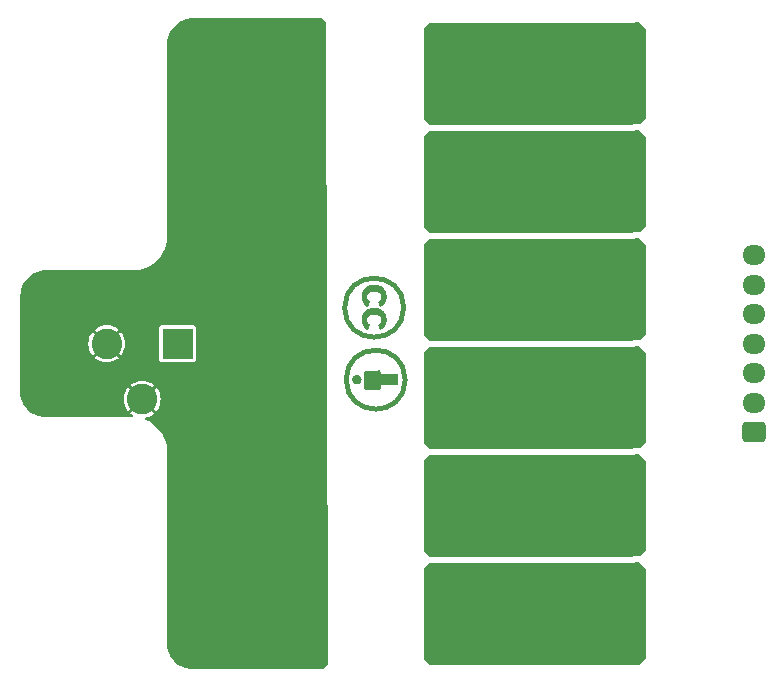
<source format=gbl>
%TF.GenerationSoftware,KiCad,Pcbnew,7.0.11+dfsg-1build4*%
%TF.CreationDate,2024-07-23T19:21:24-07:00*%
%TF.ProjectId,6s_750mA,36735f37-3530-46d4-912e-6b696361645f,rev?*%
%TF.SameCoordinates,Original*%
%TF.FileFunction,Copper,L2,Bot*%
%TF.FilePolarity,Positive*%
%FSLAX46Y46*%
G04 Gerber Fmt 4.6, Leading zero omitted, Abs format (unit mm)*
G04 Created by KiCad (PCBNEW 7.0.11+dfsg-1build4) date 2024-07-23 19:21:24*
%MOMM*%
%LPD*%
G01*
G04 APERTURE LIST*
G04 Aperture macros list*
%AMRoundRect*
0 Rectangle with rounded corners*
0 $1 Rounding radius*
0 $2 $3 $4 $5 $6 $7 $8 $9 X,Y pos of 4 corners*
0 Add a 4 corners polygon primitive as box body*
4,1,4,$2,$3,$4,$5,$6,$7,$8,$9,$2,$3,0*
0 Add four circle primitives for the rounded corners*
1,1,$1+$1,$2,$3*
1,1,$1+$1,$4,$5*
1,1,$1+$1,$6,$7*
1,1,$1+$1,$8,$9*
0 Add four rect primitives between the rounded corners*
20,1,$1+$1,$2,$3,$4,$5,0*
20,1,$1+$1,$4,$5,$6,$7,0*
20,1,$1+$1,$6,$7,$8,$9,0*
20,1,$1+$1,$8,$9,$2,$3,0*%
G04 Aperture macros list end*
%TA.AperFunction,EtchedComponent*%
%ADD10C,0.400000*%
%TD*%
%TA.AperFunction,ComponentPad*%
%ADD11RoundRect,0.250000X0.725000X-0.600000X0.725000X0.600000X-0.725000X0.600000X-0.725000X-0.600000X0*%
%TD*%
%TA.AperFunction,ComponentPad*%
%ADD12O,1.950000X1.700000*%
%TD*%
%TA.AperFunction,ComponentPad*%
%ADD13R,2.600000X2.600000*%
%TD*%
%TA.AperFunction,ComponentPad*%
%ADD14C,2.600000*%
%TD*%
%TA.AperFunction,ViaPad*%
%ADD15C,0.711200*%
%TD*%
%TA.AperFunction,Conductor*%
%ADD16C,0.254000*%
%TD*%
G04 APERTURE END LIST*
%TO.C,REF\u002A\u002A*%
G36*
X164538000Y-89624000D02*
G01*
X164738000Y-89624000D01*
X164738000Y-91224000D01*
X164538000Y-91224000D01*
X164538000Y-89624000D01*
G37*
D10*
X163538000Y-89824000D02*
X164538000Y-89824000D01*
X164538000Y-89824000D02*
X164538000Y-91024000D01*
X164538000Y-91024000D02*
X163538000Y-91024000D01*
X163538000Y-91024000D02*
X163538000Y-89824000D01*
G36*
X163538000Y-89824000D02*
G01*
X164538000Y-89824000D01*
X164538000Y-91024000D01*
X163538000Y-91024000D01*
X163538000Y-89824000D01*
G37*
G36*
X164338000Y-89974000D02*
G01*
X166188000Y-89974000D01*
X166188000Y-90874000D01*
X164338000Y-90874000D01*
X164338000Y-89974000D01*
G37*
X162948000Y-90424000D02*
G75*
G03*
X162548000Y-90424000I-200000J0D01*
G01*
X162548000Y-90424000D02*
G75*
G03*
X162948000Y-90424000I200000J0D01*
G01*
X166838000Y-90424640D02*
G75*
G03*
X161838000Y-90424640I-2500000J0D01*
G01*
X161838000Y-90424640D02*
G75*
G03*
X166838000Y-90424640I2500000J0D01*
G01*
X166711000Y-84328000D02*
G75*
G03*
X161711000Y-84328000I-2500000J0D01*
G01*
X161711000Y-84328000D02*
G75*
G03*
X166711000Y-84328000I2500000J0D01*
G01*
%TA.AperFunction,EtchedComponent*%
G36*
X164276811Y-82376168D02*
G01*
X164336235Y-82379427D01*
X164393958Y-82384859D01*
X164449982Y-82392465D01*
X164504307Y-82402243D01*
X164556931Y-82414193D01*
X164607856Y-82428317D01*
X164657080Y-82444614D01*
X164704604Y-82463083D01*
X164750427Y-82483726D01*
X164794550Y-82506541D01*
X164836972Y-82531530D01*
X164877693Y-82558691D01*
X164916712Y-82588025D01*
X164954031Y-82619532D01*
X164989648Y-82653211D01*
X165023364Y-82688665D01*
X165054900Y-82725492D01*
X165084257Y-82763692D01*
X165111436Y-82803265D01*
X165136436Y-82844210D01*
X165159260Y-82886527D01*
X165179907Y-82930216D01*
X165198378Y-82975275D01*
X165214673Y-83021705D01*
X165228794Y-83069505D01*
X165240741Y-83118675D01*
X165250514Y-83169213D01*
X165258114Y-83221120D01*
X165263542Y-83274396D01*
X165266799Y-83329039D01*
X165267884Y-83385049D01*
X165267329Y-83420400D01*
X165265666Y-83455374D01*
X165262893Y-83489970D01*
X165259010Y-83524188D01*
X165254018Y-83558027D01*
X165247915Y-83591486D01*
X165240701Y-83624566D01*
X165232377Y-83657265D01*
X165222941Y-83689584D01*
X165212394Y-83721521D01*
X165200735Y-83753077D01*
X165187963Y-83784250D01*
X165174079Y-83815041D01*
X165159083Y-83845449D01*
X165142973Y-83875473D01*
X165125750Y-83905114D01*
X165107577Y-83934200D01*
X165088577Y-83962482D01*
X165068751Y-83989961D01*
X165048098Y-84016636D01*
X165026618Y-84042507D01*
X165004310Y-84067574D01*
X164981174Y-84091838D01*
X164957210Y-84115299D01*
X164932418Y-84137955D01*
X164906797Y-84159808D01*
X164880347Y-84180857D01*
X164853067Y-84201103D01*
X164824958Y-84220545D01*
X164796018Y-84239183D01*
X164766248Y-84257018D01*
X164735648Y-84274049D01*
X164523982Y-83856854D01*
X164559124Y-83841029D01*
X164592001Y-83823838D01*
X164622612Y-83805279D01*
X164650958Y-83785353D01*
X164677039Y-83764059D01*
X164700853Y-83741396D01*
X164722400Y-83717365D01*
X164741681Y-83691965D01*
X164758694Y-83665196D01*
X164773440Y-83637057D01*
X164785918Y-83607549D01*
X164796129Y-83576670D01*
X164804070Y-83544420D01*
X164809744Y-83510800D01*
X164813148Y-83475809D01*
X164814282Y-83439447D01*
X164813644Y-83411893D01*
X164811728Y-83385189D01*
X164808535Y-83359336D01*
X164804065Y-83334335D01*
X164798318Y-83310183D01*
X164791294Y-83286883D01*
X164782994Y-83264434D01*
X164773418Y-83242835D01*
X164768151Y-83232355D01*
X164762565Y-83222087D01*
X164756660Y-83212032D01*
X164750436Y-83202190D01*
X164743893Y-83192561D01*
X164737032Y-83183144D01*
X164729851Y-83173940D01*
X164722351Y-83164948D01*
X164706395Y-83147604D01*
X164689164Y-83131110D01*
X164670657Y-83115467D01*
X164650876Y-83100674D01*
X164630033Y-83086775D01*
X164608345Y-83073771D01*
X164585810Y-83061664D01*
X164562427Y-83050452D01*
X164538197Y-83040136D01*
X164513118Y-83030716D01*
X164487192Y-83022193D01*
X164460415Y-83014566D01*
X164432790Y-83007836D01*
X164404314Y-83002002D01*
X164374988Y-82997066D01*
X164344811Y-82993027D01*
X164313782Y-82989885D01*
X164281902Y-82987641D01*
X164249169Y-82986294D01*
X164215583Y-82985845D01*
X164178743Y-82986289D01*
X164143073Y-82987619D01*
X164108573Y-82989835D01*
X164075243Y-82992939D01*
X164043083Y-82996928D01*
X164012093Y-83001804D01*
X163982273Y-83007567D01*
X163953623Y-83014215D01*
X163926142Y-83021750D01*
X163899832Y-83030171D01*
X163874691Y-83039478D01*
X163850720Y-83049670D01*
X163827919Y-83060749D01*
X163806287Y-83072713D01*
X163785825Y-83085563D01*
X163766532Y-83099299D01*
X163748410Y-83113920D01*
X163731456Y-83129426D01*
X163715672Y-83145818D01*
X163701058Y-83163095D01*
X163687612Y-83181258D01*
X163675337Y-83200305D01*
X163664230Y-83220238D01*
X163654293Y-83241056D01*
X163645525Y-83262758D01*
X163637926Y-83285346D01*
X163631497Y-83308818D01*
X163626236Y-83333175D01*
X163622145Y-83358416D01*
X163619222Y-83384542D01*
X163617469Y-83411552D01*
X163616884Y-83439447D01*
X163617121Y-83450856D01*
X163617831Y-83462382D01*
X163619015Y-83474024D01*
X163620671Y-83485784D01*
X163622800Y-83497661D01*
X163625401Y-83509655D01*
X163628474Y-83521766D01*
X163632018Y-83533996D01*
X163636034Y-83546343D01*
X163640521Y-83558808D01*
X163645478Y-83571391D01*
X163650906Y-83584093D01*
X163656804Y-83596913D01*
X163663172Y-83609852D01*
X163670009Y-83622909D01*
X163677315Y-83636085D01*
X163685231Y-83649171D01*
X163693859Y-83661997D01*
X163703197Y-83674562D01*
X163713245Y-83686869D01*
X163724003Y-83698916D01*
X163735470Y-83710704D01*
X163747644Y-83722233D01*
X163760526Y-83733505D01*
X163774116Y-83744518D01*
X163788411Y-83755274D01*
X163803412Y-83765772D01*
X163819118Y-83776013D01*
X163835529Y-83785998D01*
X163852644Y-83795726D01*
X163870461Y-83805198D01*
X163888982Y-83814414D01*
X163653079Y-84268122D01*
X163593755Y-84232698D01*
X163538258Y-84194491D01*
X163486590Y-84153499D01*
X163438750Y-84109723D01*
X163394738Y-84063161D01*
X163354556Y-84013812D01*
X163318202Y-83961677D01*
X163285678Y-83906754D01*
X163256984Y-83849044D01*
X163232120Y-83788544D01*
X163211087Y-83725256D01*
X163193884Y-83659177D01*
X163180513Y-83590308D01*
X163170973Y-83518648D01*
X163165264Y-83444196D01*
X163163388Y-83366951D01*
X163164499Y-83313834D01*
X163167833Y-83261878D01*
X163173388Y-83211083D01*
X163181165Y-83161448D01*
X163191163Y-83112973D01*
X163203382Y-83065658D01*
X163217822Y-83019503D01*
X163234482Y-82974508D01*
X163253362Y-82930673D01*
X163274461Y-82887997D01*
X163297780Y-82846480D01*
X163323319Y-82806122D01*
X163351076Y-82766924D01*
X163381051Y-82728884D01*
X163413245Y-82692003D01*
X163447656Y-82656281D01*
X163483974Y-82622235D01*
X163521848Y-82590385D01*
X163561278Y-82560730D01*
X163602264Y-82533271D01*
X163644808Y-82508008D01*
X163688909Y-82484940D01*
X163734568Y-82464069D01*
X163781785Y-82445394D01*
X163830562Y-82428916D01*
X163880898Y-82414634D01*
X163932794Y-82402549D01*
X163986250Y-82392661D01*
X164041268Y-82384970D01*
X164097846Y-82379477D01*
X164155986Y-82376180D01*
X164215689Y-82375081D01*
X164276811Y-82376168D01*
G37*
%TD.AperFunction*%
%TA.AperFunction,EtchedComponent*%
G36*
X164276811Y-84335659D02*
G01*
X164336235Y-84338882D01*
X164393958Y-84344254D01*
X164449982Y-84351777D01*
X164504307Y-84361449D01*
X164556931Y-84373273D01*
X164607856Y-84387249D01*
X164657080Y-84403377D01*
X164704604Y-84421658D01*
X164750427Y-84442093D01*
X164794550Y-84464682D01*
X164836972Y-84489426D01*
X164877693Y-84516326D01*
X164916712Y-84545381D01*
X164954031Y-84576594D01*
X164989648Y-84609964D01*
X165023364Y-84645054D01*
X165054900Y-84681585D01*
X165084257Y-84719558D01*
X165111436Y-84758974D01*
X165136436Y-84799831D01*
X165159260Y-84842132D01*
X165179907Y-84885875D01*
X165198378Y-84931062D01*
X165214673Y-84977692D01*
X165228794Y-85025767D01*
X165240741Y-85075285D01*
X165250514Y-85126248D01*
X165258114Y-85178656D01*
X165263542Y-85232509D01*
X165266799Y-85287808D01*
X165267884Y-85344553D01*
X165267329Y-85379154D01*
X165265666Y-85413425D01*
X165262893Y-85447367D01*
X165259010Y-85480978D01*
X165254018Y-85514260D01*
X165247915Y-85547212D01*
X165240701Y-85579834D01*
X165232377Y-85612126D01*
X165222941Y-85644088D01*
X165212394Y-85675720D01*
X165200735Y-85707022D01*
X165187963Y-85737994D01*
X165174079Y-85768637D01*
X165159083Y-85798950D01*
X165142973Y-85828932D01*
X165125750Y-85858585D01*
X165107577Y-85887658D01*
X165088577Y-85915982D01*
X165068751Y-85943555D01*
X165048098Y-85970376D01*
X165026618Y-85996446D01*
X165004310Y-86021762D01*
X164981174Y-86046324D01*
X164957210Y-86070132D01*
X164932418Y-86093185D01*
X164906797Y-86115482D01*
X164880347Y-86137022D01*
X164853067Y-86157804D01*
X164824958Y-86177828D01*
X164796018Y-86197092D01*
X164766248Y-86215597D01*
X164735648Y-86233341D01*
X164523982Y-85810008D01*
X164559124Y-85794219D01*
X164592001Y-85777058D01*
X164622612Y-85758523D01*
X164650958Y-85738616D01*
X164677039Y-85717338D01*
X164700853Y-85694688D01*
X164722400Y-85670668D01*
X164741681Y-85645278D01*
X164758694Y-85618519D01*
X164773440Y-85590391D01*
X164785918Y-85560895D01*
X164796129Y-85530032D01*
X164804070Y-85497802D01*
X164809744Y-85464206D01*
X164813148Y-85429244D01*
X164814282Y-85392918D01*
X164813644Y-85365328D01*
X164811728Y-85338595D01*
X164808535Y-85312720D01*
X164804065Y-85287702D01*
X164798318Y-85263540D01*
X164791294Y-85240233D01*
X164782994Y-85217783D01*
X164773418Y-85196187D01*
X164768151Y-85185710D01*
X164762565Y-85175446D01*
X164756660Y-85165396D01*
X164750436Y-85155559D01*
X164743893Y-85145935D01*
X164737032Y-85136525D01*
X164729851Y-85127329D01*
X164722351Y-85118345D01*
X164714533Y-85109575D01*
X164706395Y-85101017D01*
X164689164Y-85084542D01*
X164670657Y-85068918D01*
X164650876Y-85054145D01*
X164630033Y-85040245D01*
X164608345Y-85027238D01*
X164585810Y-85015125D01*
X164562427Y-85003906D01*
X164538197Y-84993582D01*
X164513118Y-84984154D01*
X164487192Y-84975621D01*
X164460415Y-84967984D01*
X164432790Y-84961244D01*
X164404314Y-84955401D01*
X164374988Y-84950456D01*
X164344811Y-84946409D01*
X164313782Y-84943260D01*
X164281902Y-84941011D01*
X164249169Y-84939661D01*
X164215583Y-84939211D01*
X164178743Y-84939654D01*
X164143073Y-84940984D01*
X164108573Y-84943201D01*
X164075243Y-84946304D01*
X164043083Y-84950294D01*
X164012093Y-84955170D01*
X163982273Y-84960933D01*
X163953623Y-84967582D01*
X163926142Y-84975118D01*
X163899832Y-84983539D01*
X163874691Y-84992847D01*
X163850720Y-85003041D01*
X163827919Y-85014121D01*
X163806287Y-85026087D01*
X163785825Y-85038939D01*
X163766532Y-85052677D01*
X163748410Y-85067301D01*
X163731456Y-85082811D01*
X163715672Y-85099206D01*
X163701058Y-85116487D01*
X163687612Y-85134653D01*
X163675337Y-85153705D01*
X163664230Y-85173643D01*
X163654293Y-85194466D01*
X163645525Y-85216174D01*
X163637926Y-85238768D01*
X163631497Y-85262247D01*
X163626236Y-85286611D01*
X163622145Y-85311860D01*
X163619222Y-85337994D01*
X163617469Y-85365014D01*
X163616884Y-85392918D01*
X163617121Y-85405003D01*
X163617831Y-85417167D01*
X163619015Y-85429409D01*
X163620671Y-85441729D01*
X163622800Y-85454126D01*
X163625401Y-85466601D01*
X163628474Y-85479152D01*
X163632018Y-85491780D01*
X163636034Y-85504483D01*
X163640521Y-85517261D01*
X163645478Y-85530114D01*
X163650906Y-85543041D01*
X163656804Y-85556042D01*
X163663172Y-85569116D01*
X163670009Y-85582264D01*
X163677315Y-85595483D01*
X163685231Y-85608571D01*
X163693859Y-85621403D01*
X163703197Y-85633979D01*
X163713245Y-85646298D01*
X163724003Y-85658360D01*
X163735470Y-85670163D01*
X163747644Y-85681709D01*
X163760526Y-85692995D01*
X163774116Y-85704023D01*
X163788411Y-85714791D01*
X163803412Y-85725298D01*
X163819118Y-85735545D01*
X163835529Y-85745531D01*
X163852644Y-85755256D01*
X163870461Y-85764718D01*
X163888982Y-85773918D01*
X163653079Y-86221487D01*
X163653079Y-86221488D01*
X163593755Y-86186828D01*
X163538258Y-86149327D01*
X163486590Y-86108985D01*
X163438750Y-86065802D01*
X163394738Y-86019780D01*
X163354556Y-85970919D01*
X163318202Y-85919220D01*
X163285678Y-85864684D01*
X163256984Y-85807312D01*
X163232120Y-85747103D01*
X163211087Y-85684060D01*
X163193884Y-85618183D01*
X163180513Y-85549473D01*
X163170973Y-85477930D01*
X163165264Y-85403555D01*
X163163388Y-85326350D01*
X163164499Y-85273251D01*
X163167833Y-85221312D01*
X163173388Y-85170531D01*
X163181165Y-85120909D01*
X163191163Y-85072446D01*
X163203382Y-85025142D01*
X163217822Y-84978997D01*
X163234482Y-84934012D01*
X163253362Y-84890187D01*
X163274461Y-84847521D01*
X163297780Y-84806015D01*
X163323319Y-84765669D01*
X163351076Y-84726484D01*
X163381051Y-84688459D01*
X163413245Y-84651594D01*
X163447656Y-84615890D01*
X163483974Y-84581808D01*
X163521848Y-84549929D01*
X163561278Y-84520251D01*
X163602264Y-84492775D01*
X163644808Y-84467499D01*
X163688909Y-84444423D01*
X163734568Y-84423548D01*
X163781785Y-84404872D01*
X163830562Y-84388395D01*
X163880898Y-84374116D01*
X163932794Y-84362035D01*
X163986250Y-84352152D01*
X164041268Y-84344466D01*
X164097846Y-84338976D01*
X164155986Y-84335683D01*
X164215689Y-84334585D01*
X164276811Y-84335659D01*
G37*
%TD.AperFunction*%
%TD*%
D11*
%TO.P,J2,1,Pin_1*%
%TO.N,/charger0/Vo+*%
X196342000Y-94876000D03*
D12*
%TO.P,J2,2,Pin_2*%
%TO.N,/charger0/Vo-*%
X196342000Y-92376000D03*
%TO.P,J2,3,Pin_3*%
%TO.N,/charger1/Vo-*%
X196342000Y-89876000D03*
%TO.P,J2,4,Pin_4*%
%TO.N,/charger2/Vo-*%
X196342000Y-87376000D03*
%TO.P,J2,5,Pin_5*%
%TO.N,/charger3/Vo-*%
X196342000Y-84876000D03*
%TO.P,J2,6,Pin_6*%
%TO.N,/charger4/Vo-*%
X196342000Y-82376000D03*
%TO.P,J2,7,Pin_7*%
%TO.N,/charger5/Vo-*%
X196342000Y-79876000D03*
%TD*%
D13*
%TO.P,J1,1*%
%TO.N,+5V*%
X147574000Y-87376000D03*
D14*
%TO.P,J1,2*%
%TO.N,GND*%
X141574000Y-87376000D03*
%TO.P,J1,3*%
X144574000Y-92076000D03*
%TD*%
D15*
%TO.N,GND*%
X151638000Y-89916000D03*
X151638000Y-62484000D03*
X151638000Y-108204000D03*
X151638000Y-71628000D03*
X151638000Y-99060000D03*
X151638000Y-80772000D03*
%TO.N,/charger0/Vo-*%
X171704000Y-110236000D03*
X186436000Y-106172000D03*
X182118000Y-107950000D03*
X180086000Y-110490000D03*
X185420000Y-110998000D03*
X182118000Y-110490000D03*
%TO.N,/charger1/Vo-*%
X185420000Y-101854000D03*
X186436000Y-97028000D03*
X180086000Y-101346000D03*
X182118000Y-98806000D03*
X171704000Y-101092000D03*
X182118000Y-101346000D03*
%TO.N,/charger2/Vo-*%
X186436000Y-87884000D03*
X182118000Y-89662000D03*
X185420000Y-92710000D03*
X171704000Y-91948000D03*
X182118000Y-92202000D03*
X180086000Y-92202000D03*
%TO.N,/charger3/Vo-*%
X182118000Y-83058000D03*
X186436000Y-78740000D03*
X171704000Y-82804000D03*
X185420000Y-83566000D03*
X180086000Y-83058000D03*
X182118000Y-80518000D03*
%TO.N,/charger4/Vo-*%
X180086000Y-73914000D03*
X186436000Y-69596000D03*
X182118000Y-73914000D03*
X182118000Y-71374000D03*
X185420000Y-74422000D03*
X171704000Y-73660000D03*
%TO.N,/charger5/Vo-*%
X182118000Y-62230000D03*
X186436000Y-60452000D03*
X171704000Y-64516000D03*
X180086000Y-64770000D03*
X182118000Y-64770000D03*
X185420000Y-65278000D03*
%TD*%
D16*
%TO.N,GND*%
X151638000Y-71595000D02*
X151638000Y-62451000D01*
X143383000Y-89154000D02*
X143383000Y-90885000D01*
X146734000Y-89916000D02*
X151638000Y-89916000D01*
X151638000Y-99027000D02*
X151638000Y-89850000D01*
X151638000Y-89850000D02*
X151638000Y-80739000D01*
X151638000Y-80739000D02*
X151638000Y-71595000D01*
X143383000Y-90885000D02*
X144574000Y-92076000D01*
X151638000Y-108204000D02*
X151638000Y-99027000D01*
X141574000Y-87376000D02*
X143352000Y-89154000D01*
X144574000Y-92076000D02*
X146734000Y-89916000D01*
X143352000Y-89154000D02*
X143383000Y-89154000D01*
%TO.N,/charger0/Vo-*%
X183642000Y-110490000D02*
X184150000Y-110998000D01*
X179578000Y-110236000D02*
X179832000Y-110490000D01*
X182118000Y-110490000D02*
X183642000Y-110490000D01*
X185420000Y-110998000D02*
X185420000Y-107188000D01*
X180086000Y-110490000D02*
X182118000Y-110490000D01*
X184150000Y-110998000D02*
X185420000Y-110998000D01*
X179832000Y-110490000D02*
X180086000Y-110490000D01*
X176276000Y-110236000D02*
X179578000Y-110236000D01*
X185420000Y-107188000D02*
X186436000Y-106172000D01*
X176276000Y-110236000D02*
X171704000Y-110236000D01*
%TO.N,/charger1/Vo-*%
X182118000Y-101346000D02*
X183642000Y-101346000D01*
X184150000Y-101854000D02*
X185420000Y-101854000D01*
X179578000Y-101092000D02*
X179832000Y-101346000D01*
X183642000Y-101346000D02*
X184150000Y-101854000D01*
X180086000Y-101346000D02*
X182118000Y-101346000D01*
X176276000Y-101092000D02*
X171704000Y-101092000D01*
X185420000Y-101854000D02*
X185420000Y-98044000D01*
X185420000Y-98044000D02*
X186436000Y-97028000D01*
X176276000Y-101092000D02*
X179578000Y-101092000D01*
X179832000Y-101346000D02*
X180086000Y-101346000D01*
%TO.N,/charger2/Vo-*%
X176276000Y-91948000D02*
X171704000Y-91948000D01*
X183642000Y-92202000D02*
X184150000Y-92710000D01*
X179578000Y-91948000D02*
X179832000Y-92202000D01*
X182118000Y-92202000D02*
X183642000Y-92202000D01*
X184150000Y-92710000D02*
X185420000Y-92710000D01*
X176276000Y-91948000D02*
X179578000Y-91948000D01*
X179832000Y-92202000D02*
X180086000Y-92202000D01*
X180086000Y-92202000D02*
X182118000Y-92202000D01*
X185420000Y-88900000D02*
X186436000Y-87884000D01*
X185420000Y-92710000D02*
X185420000Y-88900000D01*
%TO.N,/charger3/Vo-*%
X184150000Y-83566000D02*
X185420000Y-83566000D01*
X185420000Y-79756000D02*
X186436000Y-78740000D01*
X182118000Y-83058000D02*
X183642000Y-83058000D01*
X179578000Y-82804000D02*
X179832000Y-83058000D01*
X185420000Y-83566000D02*
X185420000Y-79756000D01*
X183642000Y-83058000D02*
X184150000Y-83566000D01*
X176276000Y-82804000D02*
X171704000Y-82804000D01*
X179832000Y-83058000D02*
X180086000Y-83058000D01*
X176276000Y-82804000D02*
X179578000Y-82804000D01*
X180086000Y-83058000D02*
X182118000Y-83058000D01*
%TO.N,/charger4/Vo-*%
X184150000Y-74422000D02*
X185420000Y-74422000D01*
X185420000Y-74422000D02*
X185420000Y-70612000D01*
X185420000Y-70612000D02*
X186436000Y-69596000D01*
X179578000Y-73660000D02*
X179832000Y-73914000D01*
X176276000Y-73660000D02*
X171704000Y-73660000D01*
X182118000Y-73914000D02*
X183642000Y-73914000D01*
X180086000Y-73914000D02*
X182118000Y-73914000D01*
X183642000Y-73914000D02*
X184150000Y-74422000D01*
X176276000Y-73660000D02*
X179578000Y-73660000D01*
X179832000Y-73914000D02*
X180086000Y-73914000D01*
%TO.N,/charger5/Vo-*%
X184150000Y-65278000D02*
X185420000Y-65278000D01*
X183642000Y-64770000D02*
X184150000Y-65278000D01*
X180086000Y-64770000D02*
X182118000Y-64770000D01*
X176276000Y-64516000D02*
X179578000Y-64516000D01*
X179832000Y-64770000D02*
X180086000Y-64770000D01*
X182118000Y-64770000D02*
X183642000Y-64770000D01*
X179578000Y-64516000D02*
X179832000Y-64770000D01*
X185420000Y-61468000D02*
X186436000Y-60452000D01*
X185420000Y-65278000D02*
X185420000Y-61468000D01*
X176276000Y-64516000D02*
X171704000Y-64516000D01*
%TD*%
%TA.AperFunction,Conductor*%
%TO.N,/charger4/Vo-*%
G36*
X186705677Y-69361685D02*
G01*
X186726319Y-69378319D01*
X187161681Y-69813681D01*
X187195166Y-69875004D01*
X187198000Y-69901362D01*
X187198000Y-77418637D01*
X187178315Y-77485676D01*
X187161681Y-77506318D01*
X186786459Y-77881539D01*
X186725136Y-77915024D01*
X186672998Y-77915149D01*
X186525980Y-77883900D01*
X186346020Y-77883900D01*
X186169996Y-77921314D01*
X186169993Y-77921314D01*
X186066754Y-77967280D01*
X186016319Y-77978000D01*
X168961362Y-77978000D01*
X168894323Y-77958315D01*
X168873681Y-77941681D01*
X168438319Y-77506319D01*
X168404834Y-77444996D01*
X168402000Y-77418638D01*
X168402000Y-69901362D01*
X168421685Y-69834323D01*
X168438319Y-69813681D01*
X168873681Y-69378319D01*
X168935004Y-69344834D01*
X168961362Y-69342000D01*
X186638638Y-69342000D01*
X186705677Y-69361685D01*
G37*
%TD.AperFunction*%
%TD*%
%TA.AperFunction,Conductor*%
%TO.N,/charger3/Vo-*%
G36*
X186705677Y-78505685D02*
G01*
X186726319Y-78522319D01*
X187161681Y-78957681D01*
X187195166Y-79019004D01*
X187198000Y-79045362D01*
X187198000Y-86562637D01*
X187178315Y-86629676D01*
X187161681Y-86650318D01*
X186786459Y-87025539D01*
X186725136Y-87059024D01*
X186672998Y-87059149D01*
X186525980Y-87027900D01*
X186346020Y-87027900D01*
X186169996Y-87065314D01*
X186169993Y-87065314D01*
X186066754Y-87111280D01*
X186016319Y-87122000D01*
X168961362Y-87122000D01*
X168894323Y-87102315D01*
X168873681Y-87085681D01*
X168438319Y-86650319D01*
X168404834Y-86588996D01*
X168402000Y-86562638D01*
X168402000Y-79045362D01*
X168421685Y-78978323D01*
X168438319Y-78957681D01*
X168873681Y-78522319D01*
X168935004Y-78488834D01*
X168961362Y-78486000D01*
X186638638Y-78486000D01*
X186705677Y-78505685D01*
G37*
%TD.AperFunction*%
%TD*%
%TA.AperFunction,Conductor*%
%TO.N,/charger0/Vo-*%
G36*
X186705677Y-105937685D02*
G01*
X186726319Y-105954319D01*
X187161681Y-106389681D01*
X187195166Y-106451004D01*
X187198000Y-106477362D01*
X187198000Y-113994638D01*
X187178315Y-114061677D01*
X187161681Y-114082319D01*
X186726319Y-114517681D01*
X186664996Y-114551166D01*
X186638638Y-114554000D01*
X168961362Y-114554000D01*
X168894323Y-114534315D01*
X168873681Y-114517681D01*
X168438319Y-114082319D01*
X168404834Y-114020996D01*
X168402000Y-113994638D01*
X168402000Y-106477362D01*
X168421685Y-106410323D01*
X168438319Y-106389681D01*
X168873681Y-105954319D01*
X168935004Y-105920834D01*
X168961362Y-105918000D01*
X186638638Y-105918000D01*
X186705677Y-105937685D01*
G37*
%TD.AperFunction*%
%TD*%
%TA.AperFunction,Conductor*%
%TO.N,/charger5/Vo-*%
G36*
X186705677Y-60217685D02*
G01*
X186726319Y-60234319D01*
X187161681Y-60669681D01*
X187195166Y-60731004D01*
X187198000Y-60757362D01*
X187198000Y-68274637D01*
X187178315Y-68341676D01*
X187161681Y-68362318D01*
X186786459Y-68737539D01*
X186725136Y-68771024D01*
X186672998Y-68771149D01*
X186525980Y-68739900D01*
X186346020Y-68739900D01*
X186169996Y-68777314D01*
X186169993Y-68777314D01*
X186066754Y-68823280D01*
X186016319Y-68834000D01*
X168961362Y-68834000D01*
X168894323Y-68814315D01*
X168873681Y-68797681D01*
X168438319Y-68362319D01*
X168404834Y-68300996D01*
X168402000Y-68274638D01*
X168402000Y-60757362D01*
X168421685Y-60690323D01*
X168438319Y-60669681D01*
X168873681Y-60234319D01*
X168935004Y-60200834D01*
X168961362Y-60198000D01*
X186638638Y-60198000D01*
X186705677Y-60217685D01*
G37*
%TD.AperFunction*%
%TD*%
%TA.AperFunction,Conductor*%
%TO.N,/charger2/Vo-*%
G36*
X186705677Y-87649685D02*
G01*
X186726319Y-87666319D01*
X187161681Y-88101681D01*
X187195166Y-88163004D01*
X187198000Y-88189362D01*
X187198000Y-95706637D01*
X187178315Y-95773676D01*
X187161681Y-95794318D01*
X186786459Y-96169539D01*
X186725136Y-96203024D01*
X186672998Y-96203149D01*
X186525980Y-96171900D01*
X186346020Y-96171900D01*
X186169996Y-96209314D01*
X186169993Y-96209314D01*
X186066754Y-96255280D01*
X186016319Y-96266000D01*
X168961362Y-96266000D01*
X168894323Y-96246315D01*
X168873681Y-96229681D01*
X168438319Y-95794319D01*
X168404834Y-95732996D01*
X168402000Y-95706638D01*
X168402000Y-88189362D01*
X168421685Y-88122323D01*
X168438319Y-88101681D01*
X168873681Y-87666319D01*
X168935004Y-87632834D01*
X168961362Y-87630000D01*
X186638638Y-87630000D01*
X186705677Y-87649685D01*
G37*
%TD.AperFunction*%
%TD*%
%TA.AperFunction,Conductor*%
%TO.N,/charger1/Vo-*%
G36*
X186705677Y-96793685D02*
G01*
X186726319Y-96810319D01*
X187161681Y-97245681D01*
X187195166Y-97307004D01*
X187198000Y-97333362D01*
X187198000Y-104850637D01*
X187178315Y-104917676D01*
X187161681Y-104938318D01*
X186786459Y-105313539D01*
X186725136Y-105347024D01*
X186672998Y-105347149D01*
X186525980Y-105315900D01*
X186346020Y-105315900D01*
X186169996Y-105353314D01*
X186169993Y-105353314D01*
X186066754Y-105399280D01*
X186016319Y-105410000D01*
X168961362Y-105410000D01*
X168894323Y-105390315D01*
X168873681Y-105373681D01*
X168438319Y-104938319D01*
X168404834Y-104876996D01*
X168402000Y-104850638D01*
X168402000Y-97333362D01*
X168421685Y-97266323D01*
X168438319Y-97245681D01*
X168873681Y-96810319D01*
X168935004Y-96776834D01*
X168961362Y-96774000D01*
X186638638Y-96774000D01*
X186705677Y-96793685D01*
G37*
%TD.AperFunction*%
%TD*%
%TA.AperFunction,Conductor*%
%TO.N,GND*%
G36*
X159799161Y-59837502D02*
G01*
X159820135Y-59854405D01*
X160098038Y-60132308D01*
X160132064Y-60194620D01*
X160134943Y-60221081D01*
X160273865Y-114501622D01*
X160254037Y-114569793D01*
X160236961Y-114591039D01*
X159930403Y-114897596D01*
X159868093Y-114931620D01*
X159841310Y-114934500D01*
X148847806Y-114934500D01*
X148840198Y-114934270D01*
X148591429Y-114919222D01*
X148576325Y-114917388D01*
X148334935Y-114873152D01*
X148320162Y-114869511D01*
X148085858Y-114796499D01*
X148071631Y-114791103D01*
X147847849Y-114690386D01*
X147834377Y-114683316D01*
X147624355Y-114556354D01*
X147611832Y-114547710D01*
X147418644Y-114396356D01*
X147407256Y-114386266D01*
X147233733Y-114212743D01*
X147223643Y-114201355D01*
X147215852Y-114191411D01*
X147072289Y-114008167D01*
X147063645Y-113995644D01*
X146936683Y-113785622D01*
X146929613Y-113772150D01*
X146828896Y-113548368D01*
X146823500Y-113534141D01*
X146750485Y-113299826D01*
X146746849Y-113285076D01*
X146702609Y-113043662D01*
X146700778Y-113028581D01*
X146685730Y-112779801D01*
X146685500Y-112772194D01*
X146685500Y-112712684D01*
X146685427Y-112711701D01*
X146667414Y-96487965D01*
X146667413Y-96487963D01*
X146667408Y-96482795D01*
X146667409Y-96482794D01*
X146667400Y-96482558D01*
X146667400Y-96355932D01*
X146656571Y-96259825D01*
X146630661Y-96029866D01*
X146630659Y-96029859D01*
X146630660Y-96029859D01*
X146557645Y-95709956D01*
X146557644Y-95709953D01*
X146449278Y-95400259D01*
X146449277Y-95400257D01*
X146449272Y-95400242D01*
X146306903Y-95104605D01*
X146132328Y-94826766D01*
X145927743Y-94570221D01*
X145695721Y-94338194D01*
X145695720Y-94338193D01*
X145695719Y-94338192D01*
X145439176Y-94133602D01*
X145161342Y-93959023D01*
X145161340Y-93959022D01*
X144889889Y-93828294D01*
X144837194Y-93780716D01*
X144818586Y-93712201D01*
X144839975Y-93644503D01*
X144894568Y-93599115D01*
X144915147Y-93592254D01*
X145055696Y-93558512D01*
X145281684Y-93464903D01*
X145490243Y-93337100D01*
X145579370Y-93260976D01*
X145579370Y-93260974D01*
X145043934Y-92725538D01*
X145075948Y-92705423D01*
X145203423Y-92577948D01*
X145223538Y-92545934D01*
X145758974Y-93081370D01*
X145758976Y-93081370D01*
X145835100Y-92992243D01*
X145962903Y-92783684D01*
X146056511Y-92557697D01*
X146113613Y-92319850D01*
X146132804Y-92076000D01*
X146113613Y-91832149D01*
X146056511Y-91594302D01*
X145962903Y-91368315D01*
X145835102Y-91159760D01*
X145758975Y-91070628D01*
X145223538Y-91606065D01*
X145203423Y-91574052D01*
X145075948Y-91446577D01*
X145043934Y-91426461D01*
X145579371Y-90891024D01*
X145579371Y-90891023D01*
X145490239Y-90814897D01*
X145281684Y-90687096D01*
X145055697Y-90593488D01*
X144817850Y-90536386D01*
X144574000Y-90517195D01*
X144330149Y-90536386D01*
X144092302Y-90593488D01*
X143866315Y-90687096D01*
X143657760Y-90814897D01*
X143657753Y-90814902D01*
X143568628Y-90891022D01*
X143568627Y-90891023D01*
X144104065Y-91426461D01*
X144072052Y-91446577D01*
X143944577Y-91574052D01*
X143924461Y-91606065D01*
X143389023Y-91070627D01*
X143389022Y-91070628D01*
X143312902Y-91159753D01*
X143312897Y-91159760D01*
X143185096Y-91368315D01*
X143091488Y-91594302D01*
X143034386Y-91832149D01*
X143015195Y-92076000D01*
X143034386Y-92319850D01*
X143091488Y-92557697D01*
X143185096Y-92783684D01*
X143312897Y-92992239D01*
X143389023Y-93081371D01*
X143389024Y-93081371D01*
X143924461Y-92545933D01*
X143944577Y-92577948D01*
X144072052Y-92705423D01*
X144104065Y-92725538D01*
X143568628Y-93260975D01*
X143657760Y-93337102D01*
X143703395Y-93365067D01*
X143751027Y-93417714D01*
X143762634Y-93487756D01*
X143734531Y-93552954D01*
X143675641Y-93592608D01*
X143637561Y-93598500D01*
X136401806Y-93598500D01*
X136394198Y-93598270D01*
X136145429Y-93583222D01*
X136130325Y-93581388D01*
X135888935Y-93537152D01*
X135874162Y-93533511D01*
X135639858Y-93460499D01*
X135625631Y-93455103D01*
X135401849Y-93354386D01*
X135388377Y-93347316D01*
X135178355Y-93220354D01*
X135165832Y-93211710D01*
X134972644Y-93060356D01*
X134961256Y-93050266D01*
X134787733Y-92876743D01*
X134777643Y-92865355D01*
X134769852Y-92855411D01*
X134626289Y-92672167D01*
X134617645Y-92659644D01*
X134490683Y-92449622D01*
X134483613Y-92436150D01*
X134382896Y-92212368D01*
X134377500Y-92198141D01*
X134339440Y-92076001D01*
X134304485Y-91963826D01*
X134300849Y-91949076D01*
X134256609Y-91707662D01*
X134254778Y-91692582D01*
X134239738Y-91443943D01*
X134239509Y-91436102D01*
X134248525Y-87376000D01*
X140015195Y-87376000D01*
X140034386Y-87619850D01*
X140091488Y-87857697D01*
X140185096Y-88083684D01*
X140312897Y-88292239D01*
X140389023Y-88381371D01*
X140389024Y-88381371D01*
X140924461Y-87845933D01*
X140944577Y-87877948D01*
X141072052Y-88005423D01*
X141104065Y-88025538D01*
X140568628Y-88560975D01*
X140657760Y-88637102D01*
X140866315Y-88764903D01*
X141092302Y-88858511D01*
X141330149Y-88915613D01*
X141574000Y-88934804D01*
X141817850Y-88915613D01*
X142055697Y-88858511D01*
X142281684Y-88764903D01*
X142385863Y-88701063D01*
X146019500Y-88701063D01*
X146019501Y-88701073D01*
X146034265Y-88775300D01*
X146090516Y-88859484D01*
X146174697Y-88915733D01*
X146174699Y-88915734D01*
X146248933Y-88930500D01*
X148899066Y-88930499D01*
X148899069Y-88930498D01*
X148899073Y-88930498D01*
X148948326Y-88920701D01*
X148973301Y-88915734D01*
X149057484Y-88859484D01*
X149113734Y-88775301D01*
X149128500Y-88701067D01*
X149128499Y-86050934D01*
X149128498Y-86050930D01*
X149128498Y-86050926D01*
X149113734Y-85976699D01*
X149057483Y-85892515D01*
X148973302Y-85836266D01*
X148899067Y-85821500D01*
X146248936Y-85821500D01*
X146248926Y-85821501D01*
X146174699Y-85836265D01*
X146090515Y-85892516D01*
X146034266Y-85976697D01*
X146019500Y-86050930D01*
X146019500Y-88701063D01*
X142385863Y-88701063D01*
X142490243Y-88637100D01*
X142579370Y-88560976D01*
X142579370Y-88560974D01*
X142043934Y-88025538D01*
X142075948Y-88005423D01*
X142203423Y-87877948D01*
X142223538Y-87845934D01*
X142758974Y-88381370D01*
X142758976Y-88381370D01*
X142835100Y-88292243D01*
X142962903Y-88083684D01*
X143056511Y-87857697D01*
X143113613Y-87619850D01*
X143132804Y-87376000D01*
X143113613Y-87132149D01*
X143056511Y-86894302D01*
X142962903Y-86668315D01*
X142835102Y-86459760D01*
X142758975Y-86370628D01*
X142223538Y-86906065D01*
X142203423Y-86874052D01*
X142075948Y-86746577D01*
X142043934Y-86726461D01*
X142579371Y-86191024D01*
X142579371Y-86191023D01*
X142490239Y-86114897D01*
X142281684Y-85987096D01*
X142055697Y-85893488D01*
X141817850Y-85836386D01*
X141574000Y-85817195D01*
X141330149Y-85836386D01*
X141092302Y-85893488D01*
X140866315Y-85987096D01*
X140657760Y-86114897D01*
X140657753Y-86114902D01*
X140568628Y-86191022D01*
X140568627Y-86191023D01*
X141104065Y-86726461D01*
X141072052Y-86746577D01*
X140944577Y-86874052D01*
X140924461Y-86906065D01*
X140389023Y-86370627D01*
X140389022Y-86370628D01*
X140312902Y-86459753D01*
X140312897Y-86459760D01*
X140185096Y-86668315D01*
X140091488Y-86894302D01*
X140034386Y-87132149D01*
X140015195Y-87376000D01*
X134248525Y-87376000D01*
X134257407Y-83376651D01*
X134257551Y-83374693D01*
X134257551Y-83315793D01*
X134257781Y-83308185D01*
X134272829Y-83059412D01*
X134274660Y-83044335D01*
X134318902Y-82802910D01*
X134322534Y-82788175D01*
X134395551Y-82553849D01*
X134400940Y-82539637D01*
X134501670Y-82315825D01*
X134508738Y-82302359D01*
X134635702Y-82092332D01*
X134644332Y-82079827D01*
X134795701Y-81886616D01*
X134805777Y-81875244D01*
X134979315Y-81701702D01*
X134990685Y-81691628D01*
X135183892Y-81540257D01*
X135196390Y-81531630D01*
X135406429Y-81404653D01*
X135419890Y-81397587D01*
X135643704Y-81296853D01*
X135657909Y-81291466D01*
X135892224Y-81218447D01*
X135906968Y-81214812D01*
X136148393Y-81170565D01*
X136163477Y-81168734D01*
X136411447Y-81153730D01*
X136419057Y-81153500D01*
X143818356Y-81153500D01*
X143819519Y-81153451D01*
X143946111Y-81153454D01*
X144272183Y-81116720D01*
X144592091Y-81043709D01*
X144901813Y-80935338D01*
X145197454Y-80792970D01*
X145475296Y-80618395D01*
X145731844Y-80413809D01*
X145963872Y-80181786D01*
X146168462Y-79925242D01*
X146343042Y-79647403D01*
X146485416Y-79351765D01*
X146593793Y-79042045D01*
X146666811Y-78722138D01*
X146703551Y-78396067D01*
X146703551Y-78306062D01*
X146703632Y-78305077D01*
X146703551Y-78232001D01*
X146703551Y-78168684D01*
X146703478Y-78167701D01*
X146685504Y-61979854D01*
X146685734Y-61972116D01*
X146700778Y-61723415D01*
X146702609Y-61708339D01*
X146746850Y-61466919D01*
X146750484Y-61452176D01*
X146823503Y-61217848D01*
X146828891Y-61203641D01*
X146929614Y-60979845D01*
X146936683Y-60966377D01*
X147063650Y-60756346D01*
X147072283Y-60743839D01*
X147223651Y-60550634D01*
X147233725Y-60539264D01*
X147407264Y-60365725D01*
X147418634Y-60355651D01*
X147611839Y-60204283D01*
X147624346Y-60195650D01*
X147834380Y-60068681D01*
X147847845Y-60061614D01*
X148071641Y-59960891D01*
X148085848Y-59955503D01*
X148320176Y-59882484D01*
X148334919Y-59878850D01*
X148576339Y-59834609D01*
X148591416Y-59832778D01*
X148817517Y-59819101D01*
X148840199Y-59817730D01*
X148847806Y-59817500D01*
X159731040Y-59817500D01*
X159799161Y-59837502D01*
G37*
%TD.AperFunction*%
%TD*%
M02*

</source>
